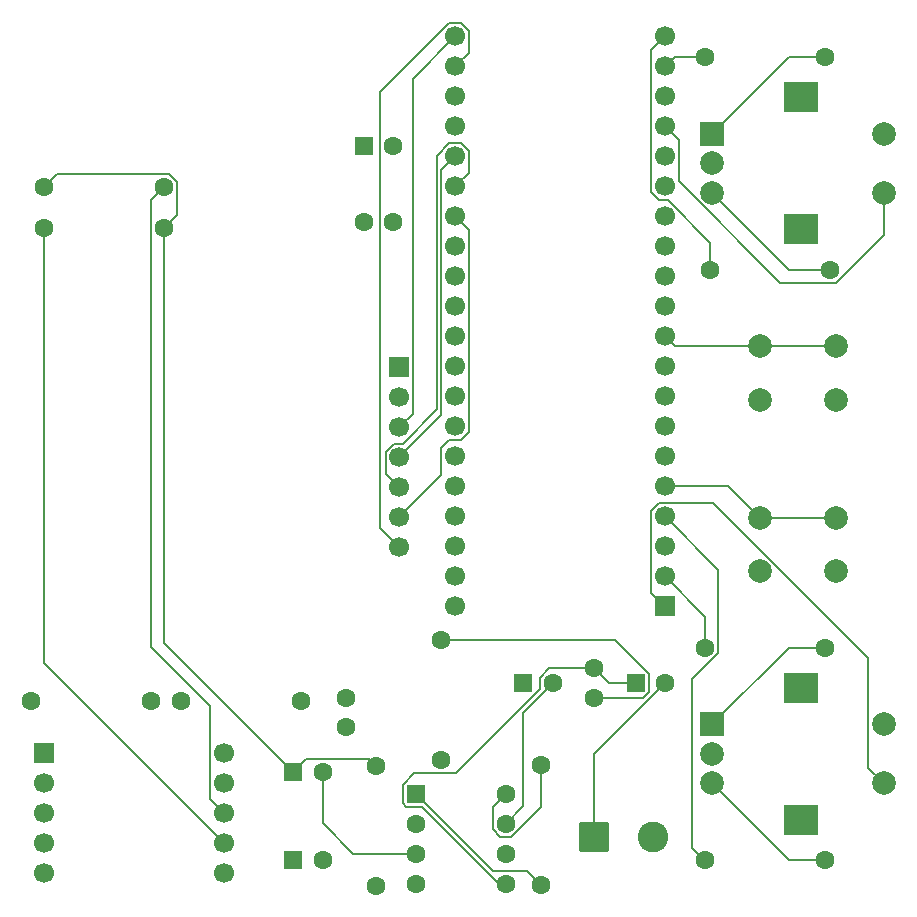
<source format=gbr>
%TF.GenerationSoftware,KiCad,Pcbnew,9.0.2*%
%TF.CreationDate,2025-07-11T11:45:56-07:00*%
%TF.ProjectId,Radio,52616469-6f2e-46b6-9963-61645f706362,1*%
%TF.SameCoordinates,Original*%
%TF.FileFunction,Copper,L2,Inr*%
%TF.FilePolarity,Positive*%
%FSLAX46Y46*%
G04 Gerber Fmt 4.6, Leading zero omitted, Abs format (unit mm)*
G04 Created by KiCad (PCBNEW 9.0.2) date 2025-07-11 11:45:56*
%MOMM*%
%LPD*%
G01*
G04 APERTURE LIST*
G04 Aperture macros list*
%AMRoundRect*
0 Rectangle with rounded corners*
0 $1 Rounding radius*
0 $2 $3 $4 $5 $6 $7 $8 $9 X,Y pos of 4 corners*
0 Add a 4 corners polygon primitive as box body*
4,1,4,$2,$3,$4,$5,$6,$7,$8,$9,$2,$3,0*
0 Add four circle primitives for the rounded corners*
1,1,$1+$1,$2,$3*
1,1,$1+$1,$4,$5*
1,1,$1+$1,$6,$7*
1,1,$1+$1,$8,$9*
0 Add four rect primitives between the rounded corners*
20,1,$1+$1,$2,$3,$4,$5,0*
20,1,$1+$1,$4,$5,$6,$7,0*
20,1,$1+$1,$6,$7,$8,$9,0*
20,1,$1+$1,$8,$9,$2,$3,0*%
G04 Aperture macros list end*
%TA.AperFunction,ComponentPad*%
%ADD10RoundRect,0.250000X-0.550000X-0.550000X0.550000X-0.550000X0.550000X0.550000X-0.550000X0.550000X0*%
%TD*%
%TA.AperFunction,ComponentPad*%
%ADD11C,1.600000*%
%TD*%
%TA.AperFunction,ComponentPad*%
%ADD12RoundRect,0.250000X-1.050000X-1.050000X1.050000X-1.050000X1.050000X1.050000X-1.050000X1.050000X0*%
%TD*%
%TA.AperFunction,ComponentPad*%
%ADD13C,2.600000*%
%TD*%
%TA.AperFunction,ComponentPad*%
%ADD14C,2.000000*%
%TD*%
%TA.AperFunction,ComponentPad*%
%ADD15R,1.700000X1.700000*%
%TD*%
%TA.AperFunction,ComponentPad*%
%ADD16C,1.700000*%
%TD*%
%TA.AperFunction,ComponentPad*%
%ADD17R,2.000000X2.000000*%
%TD*%
%TA.AperFunction,ComponentPad*%
%ADD18R,3.000000X2.500000*%
%TD*%
%TA.AperFunction,Conductor*%
%ADD19C,0.200000*%
%TD*%
G04 APERTURE END LIST*
D10*
%TO.N,Net-(C2-Pad1)*%
%TO.C,C2*%
X172500000Y-111500000D03*
D11*
%TO.N,Net-(C2-Pad2)*%
X175000000Y-111500000D03*
%TD*%
D12*
%TO.N,Net-(C2-Pad2)*%
%TO.C,LS1*%
X169000000Y-124500000D03*
D13*
%TO.N,Net-(DISP1-VSS{slash}GND)*%
X174000000Y-124500000D03*
%TD*%
D11*
%TO.N,Net-(A1-3V3)*%
%TO.C,Rpullup1*%
X131500000Y-113000000D03*
%TO.N,Net-(A1-GPIO26_ADC0)*%
X121340000Y-113000000D03*
%TD*%
%TO.N,Net-(C4-Pad1)*%
%TO.C,R4*%
X122420000Y-69500000D03*
%TO.N,Net-(U2-LOUT)*%
X132580000Y-69500000D03*
%TD*%
D10*
%TO.N,Net-(C4-Pad1)*%
%TO.C,C4*%
X143500000Y-119000000D03*
D11*
%TO.N,Net-(U1-+)*%
X146000000Y-119000000D03*
%TD*%
%TO.N,Net-(R2-Pad1)*%
%TO.C,R2*%
X164500000Y-128580000D03*
%TO.N,Net-(R2-Pad2)*%
X164500000Y-118420000D03*
%TD*%
D14*
%TO.N,Net-(A1-GPIO3)*%
%TO.C,SW3*%
X183000000Y-97500000D03*
X189500000Y-97500000D03*
%TO.N,Net-(A1-3V3)*%
X183000000Y-102000000D03*
X189500000Y-102000000D03*
%TD*%
D11*
%TO.N,Net-(U2-ROUT)*%
%TO.C,R5*%
X122420000Y-73000000D03*
%TO.N,Net-(C4-Pad1)*%
X132580000Y-73000000D03*
%TD*%
%TO.N,Net-(R6-Pad1)*%
%TO.C,R6*%
X188580000Y-108500000D03*
%TO.N,Net-(A1-GPIO1)*%
X178420000Y-108500000D03*
%TD*%
%TO.N,Net-(DISP1-VSS{slash}GND)*%
%TO.C,R1*%
X156000000Y-118000000D03*
%TO.N,Net-(C3-Pad1)*%
X156000000Y-107840000D03*
%TD*%
%TO.N,Net-(DISP1-VSS{slash}GND)*%
%TO.C,C7*%
X149500000Y-72500000D03*
%TO.N,Net-(A1-3V3)*%
X152000000Y-72500000D03*
%TD*%
D15*
%TO.N,Net-(A1-GPIO26_ADC0)*%
%TO.C,U2*%
X122380000Y-117420000D03*
D16*
%TO.N,Net-(A1-GPIO27_ADC1)*%
X122380000Y-119960000D03*
%TO.N,unconnected-(U2-N{slash}C-Pad3)*%
X122380000Y-122500000D03*
%TO.N,unconnected-(U2-N{slash}C-Pad4)*%
X122380000Y-125040000D03*
%TO.N,Net-(A1-3V3)*%
X122380000Y-127580000D03*
%TO.N,Net-(DISP1-VSS{slash}GND)*%
X137620000Y-127580000D03*
%TO.N,Net-(U2-ROUT)*%
X137620000Y-125040000D03*
%TO.N,Net-(U2-LOUT)*%
X137620000Y-122500000D03*
%TO.N,unconnected-(U2-N{slash}C-Pad9)*%
X137620000Y-119960000D03*
%TO.N,Net-(AE1-A)*%
X137620000Y-117420000D03*
%TD*%
D11*
%TO.N,Net-(A1-3V3)*%
%TO.C,Rpullup2*%
X144160000Y-113000000D03*
%TO.N,Net-(A1-GPIO27_ADC1)*%
X134000000Y-113000000D03*
%TD*%
D10*
%TO.N,Net-(R2-Pad1)*%
%TO.C,U1*%
X153880000Y-120880000D03*
D11*
%TO.N,Net-(DISP1-VSS{slash}GND)*%
X153880000Y-123420000D03*
%TO.N,Net-(U1-+)*%
X153880000Y-125960000D03*
%TO.N,Net-(DISP1-VSS{slash}GND)*%
X153880000Y-128500000D03*
%TO.N,Net-(C2-Pad1)*%
X161500000Y-128500000D03*
%TO.N,Net-(A1-VBUS)*%
X161500000Y-125960000D03*
%TO.N,Net-(U1-BYPASS)*%
X161500000Y-123420000D03*
%TO.N,Net-(R2-Pad2)*%
X161500000Y-120880000D03*
%TD*%
%TO.N,Net-(DISP1-VSS{slash}GND)*%
%TO.C,C5*%
X148000000Y-115250000D03*
%TO.N,Net-(A1-VBUS)*%
X148000000Y-112750000D03*
%TD*%
D17*
%TO.N,Net-(R8-Pad1)*%
%TO.C,SW2*%
X179000000Y-65000000D03*
D14*
%TO.N,Net-(R9-Pad1)*%
X179000000Y-70000000D03*
%TO.N,Net-(DISP1-VSS{slash}GND)*%
X179000000Y-67500000D03*
D18*
%TO.N,unconnected-(SW2-PadMP)_1*%
X186500000Y-61900000D03*
%TO.N,unconnected-(SW2-PadMP)*%
X186500000Y-73100000D03*
D14*
%TO.N,Net-(A1-3V3)*%
X193500000Y-65000000D03*
%TO.N,Net-(A1-GPIO13)*%
X193500000Y-70000000D03*
%TD*%
D15*
%TO.N,Net-(DISP1-VSS{slash}GND)*%
%TO.C,DISP1*%
X152500000Y-84760000D03*
D16*
%TO.N,Net-(A1-3V3)*%
X152500000Y-87300000D03*
%TO.N,Net-(A1-GPIO16)*%
X152500000Y-89840000D03*
%TO.N,Net-(A1-GPIO19)*%
X152500000Y-92380000D03*
%TO.N,Net-(A1-GPIO20)*%
X152500000Y-94920000D03*
%TO.N,Net-(A1-GPIO21)*%
X152500000Y-97460000D03*
%TO.N,Net-(A1-GPIO17)*%
X152500000Y-100000000D03*
%TD*%
D10*
%TO.N,Net-(DISP1-VSS{slash}GND)*%
%TO.C,C6*%
X143500000Y-126500000D03*
D11*
%TO.N,Net-(A1-VBUS)*%
X146000000Y-126500000D03*
%TD*%
%TO.N,Net-(R9-Pad1)*%
%TO.C,R9*%
X189000000Y-76500000D03*
%TO.N,Net-(A1-GPIO15)*%
X178840000Y-76500000D03*
%TD*%
D15*
%TO.N,Net-(A1-GPIO0)*%
%TO.C,A1*%
X175000000Y-105020000D03*
D16*
%TO.N,Net-(A1-GPIO1)*%
X175000000Y-102480000D03*
%TO.N,Net-(DISP1-VSS{slash}GND)*%
X175000000Y-99940000D03*
%TO.N,Net-(A1-GPIO2)*%
X175000000Y-97400000D03*
%TO.N,Net-(A1-GPIO3)*%
X175000000Y-94860000D03*
%TO.N,unconnected-(A1-GPIO4-Pad6)*%
X175000000Y-92320000D03*
%TO.N,unconnected-(A1-GPIO5-Pad7)*%
X175000000Y-89780000D03*
%TO.N,Net-(DISP1-VSS{slash}GND)*%
X175000000Y-87240000D03*
%TO.N,unconnected-(A1-GPIO6-Pad9)*%
X175000000Y-84700000D03*
%TO.N,Net-(A1-GPIO7)*%
X175000000Y-82160000D03*
%TO.N,unconnected-(A1-GPIO8-Pad11)*%
X175000000Y-79620000D03*
%TO.N,unconnected-(A1-GPIO9-Pad12)*%
X175000000Y-77080000D03*
%TO.N,Net-(DISP1-VSS{slash}GND)*%
X175000000Y-74540000D03*
%TO.N,unconnected-(A1-GPIO10-Pad14)*%
X175000000Y-72000000D03*
%TO.N,unconnected-(A1-GPIO11-Pad15)*%
X175000000Y-69460000D03*
%TO.N,unconnected-(A1-GPIO12-Pad16)*%
X175000000Y-66920000D03*
%TO.N,Net-(A1-GPIO13)*%
X175000000Y-64380000D03*
%TO.N,Net-(DISP1-VSS{slash}GND)*%
X175000000Y-61840000D03*
%TO.N,Net-(A1-GPIO14)*%
X175000000Y-59300000D03*
%TO.N,Net-(A1-GPIO15)*%
X175000000Y-56760000D03*
%TO.N,Net-(A1-GPIO16)*%
X157220000Y-56760000D03*
%TO.N,Net-(A1-GPIO17)*%
X157220000Y-59300000D03*
%TO.N,Net-(DISP1-VSS{slash}GND)*%
X157220000Y-61840000D03*
%TO.N,unconnected-(A1-GPIO18-Pad24)*%
X157220000Y-64380000D03*
%TO.N,Net-(A1-GPIO19)*%
X157220000Y-66920000D03*
%TO.N,Net-(A1-GPIO20)*%
X157220000Y-69460000D03*
%TO.N,Net-(A1-GPIO21)*%
X157220000Y-72000000D03*
%TO.N,Net-(DISP1-VSS{slash}GND)*%
X157220000Y-74540000D03*
%TO.N,unconnected-(A1-GPIO22-Pad29)*%
X157220000Y-77080000D03*
%TO.N,unconnected-(A1-RUN-Pad30)*%
X157220000Y-79620000D03*
%TO.N,Net-(A1-GPIO26_ADC0)*%
X157220000Y-82160000D03*
%TO.N,Net-(A1-GPIO27_ADC1)*%
X157220000Y-84700000D03*
%TO.N,unconnected-(A1-AGND-Pad33)*%
X157220000Y-87240000D03*
%TO.N,unconnected-(A1-GPIO28_ADC2-Pad34)*%
X157220000Y-89780000D03*
%TO.N,unconnected-(A1-ADC_VREF-Pad35)*%
X157220000Y-92320000D03*
%TO.N,Net-(A1-3V3)*%
X157220000Y-94860000D03*
%TO.N,unconnected-(A1-3V3_EN-Pad37)*%
X157220000Y-97400000D03*
%TO.N,Net-(DISP1-VSS{slash}GND)*%
X157220000Y-99940000D03*
%TO.N,unconnected-(A1-VSYS-Pad39)*%
X157220000Y-102480000D03*
%TO.N,Net-(A1-VBUS)*%
X157220000Y-105020000D03*
%TD*%
D10*
%TO.N,Net-(DISP1-VSS{slash}GND)*%
%TO.C,C1*%
X163000000Y-111500000D03*
D11*
%TO.N,Net-(U1-BYPASS)*%
X165500000Y-111500000D03*
%TD*%
%TO.N,Net-(DISP1-VSS{slash}GND)*%
%TO.C,R3*%
X150500000Y-128660000D03*
%TO.N,Net-(C4-Pad1)*%
X150500000Y-118500000D03*
%TD*%
D14*
%TO.N,Net-(A1-GPIO7)*%
%TO.C,SW4*%
X183000000Y-83000000D03*
X189500000Y-83000000D03*
%TO.N,Net-(A1-3V3)*%
X183000000Y-87500000D03*
X189500000Y-87500000D03*
%TD*%
D11*
%TO.N,Net-(R7-Pad1)*%
%TO.C,R7*%
X188500000Y-126500000D03*
%TO.N,Net-(A1-GPIO2)*%
X178340000Y-126500000D03*
%TD*%
D17*
%TO.N,Net-(R6-Pad1)*%
%TO.C,SW1*%
X179000000Y-115000000D03*
D14*
%TO.N,Net-(R7-Pad1)*%
X179000000Y-120000000D03*
%TO.N,Net-(DISP1-VSS{slash}GND)*%
X179000000Y-117500000D03*
D18*
%TO.N,unconnected-(SW1-PadMP)_1*%
X186500000Y-111900000D03*
%TO.N,unconnected-(SW1-PadMP)*%
X186500000Y-123100000D03*
D14*
%TO.N,Net-(A1-3V3)*%
X193500000Y-115000000D03*
%TO.N,Net-(A1-GPIO0)*%
X193500000Y-120000000D03*
%TD*%
D11*
%TO.N,Net-(R8-Pad1)*%
%TO.C,R8*%
X188580000Y-58500000D03*
%TO.N,Net-(A1-GPIO14)*%
X178420000Y-58500000D03*
%TD*%
D10*
%TO.N,Net-(DISP1-VSS{slash}GND)*%
%TO.C,C8*%
X149500000Y-66000000D03*
D11*
%TO.N,Net-(A1-3V3)*%
X152000000Y-66000000D03*
%TD*%
%TO.N,Net-(C3-Pad1)*%
%TO.C,C3*%
X169000000Y-112750000D03*
%TO.N,Net-(C2-Pad1)*%
X169000000Y-110250000D03*
%TD*%
D19*
%TO.N,Net-(A1-GPIO1)*%
X178420000Y-105900000D02*
X175000000Y-102480000D01*
X178420000Y-108500000D02*
X178420000Y-105900000D01*
%TO.N,Net-(A1-GPIO0)*%
X174523240Y-96249000D02*
X173849000Y-96923240D01*
X192199000Y-109359108D02*
X179088892Y-96249000D01*
X173849000Y-96923240D02*
X173849000Y-103869000D01*
X173849000Y-103869000D02*
X175000000Y-105020000D01*
X193500000Y-120000000D02*
X192199000Y-118699000D01*
X179088892Y-96249000D02*
X174523240Y-96249000D01*
X192199000Y-118699000D02*
X192199000Y-109359108D01*
%TO.N,Net-(A1-GPIO19)*%
X152500000Y-92380000D02*
X156069000Y-88811000D01*
X156069000Y-68071000D02*
X157220000Y-66920000D01*
X156069000Y-88811000D02*
X156069000Y-68071000D01*
%TO.N,Net-(A1-GPIO20)*%
X155668000Y-66844240D02*
X156743240Y-65769000D01*
X151349000Y-91903240D02*
X152023240Y-91229000D01*
X156743240Y-65769000D02*
X157696760Y-65769000D01*
X158371000Y-68309000D02*
X157220000Y-69460000D01*
X157696760Y-65769000D02*
X158371000Y-66443240D01*
X158371000Y-66443240D02*
X158371000Y-68309000D01*
X151349000Y-93769000D02*
X151349000Y-91903240D01*
X152023240Y-91229000D02*
X152771000Y-91229000D01*
X155668000Y-88332000D02*
X155668000Y-66844240D01*
X152500000Y-94920000D02*
X151349000Y-93769000D01*
X152771000Y-91229000D02*
X155668000Y-88332000D01*
%TO.N,Net-(A1-GPIO17)*%
X158371000Y-58149000D02*
X157220000Y-59300000D01*
X150899000Y-98399000D02*
X150899000Y-61453240D01*
X157696760Y-55609000D02*
X158371000Y-56283240D01*
X158371000Y-56283240D02*
X158371000Y-58149000D01*
X150899000Y-61453240D02*
X156743240Y-55609000D01*
X152500000Y-100000000D02*
X150899000Y-98399000D01*
X156743240Y-55609000D02*
X157696760Y-55609000D01*
%TO.N,Net-(A1-GPIO21)*%
X158371000Y-90256760D02*
X158371000Y-73151000D01*
X158371000Y-73151000D02*
X157220000Y-72000000D01*
X157696760Y-90931000D02*
X158371000Y-90256760D01*
X156069000Y-91605240D02*
X156743240Y-90931000D01*
X156069000Y-93891000D02*
X156069000Y-91605240D01*
X156743240Y-90931000D02*
X157696760Y-90931000D01*
X152500000Y-97460000D02*
X156069000Y-93891000D01*
%TO.N,Net-(A1-GPIO3)*%
X180360000Y-94860000D02*
X175000000Y-94860000D01*
X189500000Y-97500000D02*
X183000000Y-97500000D01*
X183000000Y-97500000D02*
X180360000Y-94860000D01*
%TO.N,Net-(A1-GPIO16)*%
X153651000Y-88689000D02*
X153651000Y-60329000D01*
X152500000Y-89840000D02*
X153651000Y-88689000D01*
X153651000Y-60329000D02*
X157220000Y-56760000D01*
%TO.N,Net-(A1-GPIO2)*%
X179521000Y-101921000D02*
X175000000Y-97400000D01*
X178340000Y-126500000D02*
X177319000Y-125479000D01*
X179521000Y-108956050D02*
X179521000Y-101921000D01*
X177319000Y-111158050D02*
X179521000Y-108956050D01*
X177319000Y-125479000D02*
X177319000Y-111158050D01*
%TO.N,Net-(U1-BYPASS)*%
X165500000Y-111500000D02*
X163000000Y-114000000D01*
X163000000Y-114000000D02*
X163000000Y-121920000D01*
X163000000Y-121920000D02*
X161500000Y-123420000D01*
%TO.N,Net-(C2-Pad2)*%
X169000000Y-124500000D02*
X169000000Y-117500000D01*
X169000000Y-117500000D02*
X175000000Y-111500000D01*
%TO.N,Net-(C2-Pad1)*%
X152779000Y-120094840D02*
X153772840Y-119101000D01*
X153094840Y-121981000D02*
X152779000Y-121665160D01*
X164399000Y-111043950D02*
X165192950Y-110250000D01*
X160932900Y-128500000D02*
X154413900Y-121981000D01*
X153772840Y-119101000D02*
X157331900Y-119101000D01*
X172500000Y-111500000D02*
X170250000Y-111500000D01*
X164399000Y-112033900D02*
X164399000Y-111043950D01*
X165192950Y-110250000D02*
X169000000Y-110250000D01*
X170250000Y-111500000D02*
X169000000Y-110250000D01*
X152779000Y-121665160D02*
X152779000Y-120094840D01*
X161500000Y-128500000D02*
X160932900Y-128500000D01*
X154413900Y-121981000D02*
X153094840Y-121981000D01*
X157331900Y-119101000D02*
X164399000Y-112033900D01*
%TO.N,Net-(C3-Pad1)*%
X170726160Y-107840000D02*
X156000000Y-107840000D01*
X173601000Y-112285160D02*
X173601000Y-110714840D01*
X173136160Y-112750000D02*
X173601000Y-112285160D01*
X169000000Y-112750000D02*
X173136160Y-112750000D01*
X173601000Y-110714840D02*
X170726160Y-107840000D01*
%TO.N,Net-(C4-Pad1)*%
X123521000Y-68399000D02*
X133036050Y-68399000D01*
X143500000Y-119000000D02*
X132580000Y-108080000D01*
X122420000Y-69500000D02*
X123521000Y-68399000D01*
X133681000Y-71899000D02*
X132580000Y-73000000D01*
X132580000Y-108080000D02*
X132580000Y-73000000D01*
X149899000Y-117899000D02*
X150500000Y-118500000D01*
X144601000Y-117899000D02*
X149899000Y-117899000D01*
X133681000Y-69043950D02*
X133681000Y-71899000D01*
X143500000Y-119000000D02*
X144601000Y-117899000D01*
X133036050Y-68399000D02*
X133681000Y-69043950D01*
%TO.N,Net-(A1-GPIO7)*%
X189500000Y-83000000D02*
X183000000Y-83000000D01*
X183000000Y-83000000D02*
X175840000Y-83000000D01*
X175840000Y-83000000D02*
X175000000Y-82160000D01*
%TO.N,Net-(U1-+)*%
X146000000Y-123386160D02*
X146000000Y-119000000D01*
X153880000Y-125960000D02*
X148573840Y-125960000D01*
X148573840Y-125960000D02*
X146000000Y-123386160D01*
%TO.N,Net-(U2-ROUT)*%
X122420000Y-109840000D02*
X137620000Y-125040000D01*
X122420000Y-73000000D02*
X122420000Y-109840000D01*
%TO.N,Net-(U2-LOUT)*%
X136469000Y-121349000D02*
X137620000Y-122500000D01*
X131479000Y-70601000D02*
X131479000Y-108479000D01*
X132580000Y-69500000D02*
X131479000Y-70601000D01*
X136469000Y-113469000D02*
X136469000Y-121349000D01*
X131479000Y-108479000D02*
X136469000Y-113469000D01*
%TO.N,Net-(R6-Pad1)*%
X185500000Y-108500000D02*
X188580000Y-108500000D01*
X179000000Y-115000000D02*
X185500000Y-108500000D01*
%TO.N,Net-(R2-Pad1)*%
X164500000Y-128580000D02*
X163319000Y-127399000D01*
X160399000Y-127399000D02*
X153880000Y-120880000D01*
X163319000Y-127399000D02*
X160399000Y-127399000D01*
%TO.N,Net-(R2-Pad2)*%
X160399000Y-123876050D02*
X160399000Y-121981000D01*
X161043950Y-124521000D02*
X160399000Y-123876050D01*
X164500000Y-118420000D02*
X164500000Y-121977050D01*
X160399000Y-121981000D02*
X161500000Y-120880000D01*
X161956050Y-124521000D02*
X161043950Y-124521000D01*
X164500000Y-121977050D02*
X161956050Y-124521000D01*
%TO.N,Net-(R7-Pad1)*%
X185500000Y-126500000D02*
X188500000Y-126500000D01*
X179000000Y-120000000D02*
X185500000Y-126500000D01*
%TO.N,Net-(R8-Pad1)*%
X185500000Y-58500000D02*
X188580000Y-58500000D01*
X179000000Y-65000000D02*
X185500000Y-58500000D01*
%TO.N,Net-(R9-Pad1)*%
X179000000Y-70000000D02*
X185500000Y-76500000D01*
X185500000Y-76500000D02*
X189000000Y-76500000D01*
%TO.N,Net-(A1-GPIO15)*%
X175238760Y-70611000D02*
X178840000Y-74212240D01*
X175000000Y-56760000D02*
X173849000Y-57911000D01*
X178840000Y-74212240D02*
X178840000Y-76500000D01*
X173849000Y-57911000D02*
X173849000Y-69936760D01*
X173849000Y-69936760D02*
X174523240Y-70611000D01*
X174523240Y-70611000D02*
X175238760Y-70611000D01*
%TO.N,Net-(A1-GPIO14)*%
X178420000Y-58500000D02*
X175800000Y-58500000D01*
X175800000Y-58500000D02*
X175000000Y-59300000D01*
%TO.N,Net-(A1-GPIO13)*%
X193500000Y-70000000D02*
X193500000Y-73557050D01*
X176151000Y-65531000D02*
X175000000Y-64380000D01*
X184761108Y-77601000D02*
X176151000Y-68990892D01*
X193500000Y-73557050D02*
X189456050Y-77601000D01*
X189456050Y-77601000D02*
X184761108Y-77601000D01*
X176151000Y-68990892D02*
X176151000Y-65531000D01*
%TD*%
M02*

</source>
